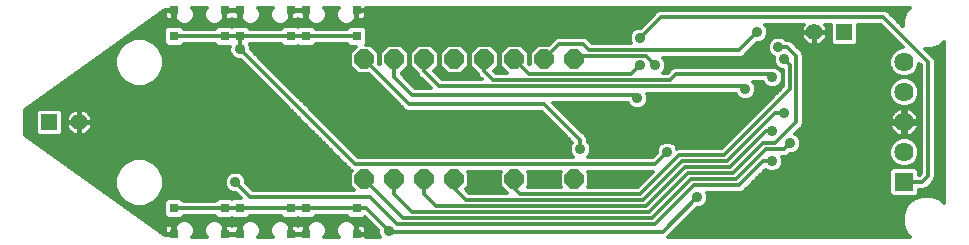
<source format=gbl>
G75*
G70*
%OFA0B0*%
%FSLAX24Y24*%
%IPPOS*%
%LPD*%
%AMOC8*
5,1,8,0,0,1.08239X$1,22.5*
%
%ADD10R,0.0555X0.0555*%
%ADD11C,0.0555*%
%ADD12R,0.0640X0.0640*%
%ADD13C,0.0640*%
%ADD14OC8,0.0634*%
%ADD15R,0.0315X0.0315*%
%ADD16C,0.0120*%
%ADD17C,0.0350*%
D10*
X001161Y004282D03*
X027661Y007282D03*
D11*
X026661Y007282D03*
X002161Y004282D03*
D12*
X029661Y002282D03*
D13*
X029661Y003282D03*
X029661Y004282D03*
X029661Y005282D03*
X029661Y006282D03*
D14*
X018661Y006382D03*
X017661Y006382D03*
X016661Y006382D03*
X015661Y006382D03*
X014661Y006382D03*
X013661Y006382D03*
X012661Y006382D03*
X011661Y006382D03*
X011661Y002382D03*
X012661Y002382D03*
X013661Y002382D03*
X014661Y002382D03*
X016661Y002382D03*
X018661Y002382D03*
D15*
X011409Y001415D03*
X009713Y001415D03*
X009209Y001415D03*
X007513Y001415D03*
X007009Y001415D03*
X005313Y001415D03*
X005313Y000549D03*
X007009Y000549D03*
X007513Y000549D03*
X009209Y000549D03*
X009713Y000549D03*
X011409Y000549D03*
X011409Y007149D03*
X009713Y007149D03*
X009209Y007149D03*
X007513Y007149D03*
X007009Y007149D03*
X005313Y007149D03*
X005313Y008015D03*
X007009Y008015D03*
X007513Y008015D03*
X009209Y008015D03*
X009713Y008015D03*
X011409Y008015D03*
D16*
X004976Y001468D02*
X003711Y001468D01*
X003725Y001586D02*
X003545Y001586D01*
X003593Y001705D02*
X003379Y001705D01*
X003475Y001823D02*
X003213Y001823D01*
X003047Y001942D02*
X003426Y001942D01*
X003475Y001823D02*
X003702Y001596D01*
X004000Y001472D01*
X004322Y001472D01*
X004620Y001596D01*
X004848Y001823D01*
X007481Y001823D01*
X007551Y001753D02*
X007377Y001927D01*
X007291Y001927D01*
X007160Y001981D01*
X007060Y002081D01*
X007006Y002212D01*
X007006Y002353D01*
X007060Y002483D01*
X007160Y002583D01*
X007291Y002637D01*
X007432Y002637D01*
X007562Y002583D01*
X007662Y002483D01*
X007716Y002353D01*
X007716Y002267D01*
X007961Y002022D01*
X011319Y002022D01*
X011164Y002176D01*
X011164Y002588D01*
X011246Y002670D01*
X011225Y002679D01*
X009158Y004746D01*
X009158Y004746D01*
X009008Y004896D01*
X007529Y006375D01*
X007443Y006375D01*
X007312Y006429D01*
X007212Y006529D01*
X007158Y006660D01*
X007158Y006801D01*
X007163Y006812D01*
X006777Y006812D01*
X006680Y006909D01*
X005643Y006909D01*
X005545Y006812D01*
X005081Y006812D01*
X004976Y006917D01*
X004976Y007381D01*
X005081Y007487D01*
X005545Y007487D01*
X005643Y007389D01*
X006680Y007389D01*
X006777Y007487D01*
X007241Y007487D01*
X007261Y007467D01*
X007281Y007487D01*
X007745Y007487D01*
X007843Y007389D01*
X008880Y007389D01*
X008977Y007487D01*
X009441Y007487D01*
X009461Y007467D01*
X009481Y007487D01*
X009945Y007487D01*
X010043Y007389D01*
X011080Y007389D01*
X011177Y007487D01*
X011641Y007487D01*
X011747Y007381D01*
X011747Y006917D01*
X011709Y006879D01*
X011867Y006879D01*
X012158Y006588D01*
X012158Y006225D01*
X012164Y006218D01*
X012164Y006588D01*
X012455Y006879D01*
X012867Y006879D01*
X013158Y006588D01*
X013158Y006176D01*
X012901Y005920D01*
X012901Y005882D01*
X013361Y005422D01*
X013882Y005422D01*
X013525Y005779D01*
X013458Y005846D01*
X013432Y005909D01*
X013164Y006176D01*
X013164Y006588D01*
X013455Y006879D01*
X013867Y006879D01*
X014158Y006588D01*
X014158Y006176D01*
X013982Y006001D01*
X014261Y005722D01*
X015582Y005722D01*
X015525Y005779D01*
X015458Y005846D01*
X015432Y005909D01*
X015164Y006176D01*
X015164Y006588D01*
X015455Y006879D01*
X015867Y006879D01*
X016158Y006588D01*
X016158Y006176D01*
X015982Y006001D01*
X016061Y005922D01*
X016419Y005922D01*
X016164Y006176D01*
X016164Y006588D01*
X016455Y006879D01*
X016867Y006879D01*
X017158Y006588D01*
X017158Y006225D01*
X017164Y006218D01*
X017164Y006588D01*
X017455Y006879D01*
X017819Y006879D01*
X018025Y007086D01*
X018114Y007122D01*
X018209Y007122D01*
X019009Y007122D01*
X019097Y007086D01*
X019165Y007018D01*
X019165Y007018D01*
X019261Y006922D01*
X020543Y006922D01*
X020506Y007012D01*
X020506Y007153D01*
X020560Y007283D01*
X020660Y007383D01*
X020791Y007437D01*
X020877Y007437D01*
X021358Y007918D01*
X021358Y007918D01*
X021425Y007986D01*
X021514Y008022D01*
X028914Y008022D01*
X029009Y008022D01*
X029097Y007986D01*
X029601Y007481D01*
X029601Y007693D01*
X029725Y007991D01*
X029836Y008102D01*
X011727Y008102D01*
X011727Y008034D01*
X011428Y008034D01*
X011428Y007996D01*
X011428Y007698D01*
X011588Y007698D01*
X011629Y007709D01*
X011665Y007730D01*
X011695Y007760D01*
X011716Y007796D01*
X011727Y007837D01*
X011727Y007996D01*
X011428Y007996D01*
X011390Y007996D01*
X011390Y007945D01*
X011391Y007945D01*
X011391Y007810D01*
X011390Y007809D01*
X011390Y007698D01*
X011344Y007698D01*
X011339Y007686D01*
X011245Y007591D01*
X011121Y007540D01*
X010986Y007540D01*
X010862Y007591D01*
X010767Y007686D01*
X010716Y007810D01*
X010716Y007945D01*
X010767Y008069D01*
X010801Y008102D01*
X010322Y008102D01*
X010355Y008069D01*
X010407Y007945D01*
X010407Y007810D01*
X010355Y007686D01*
X010260Y007591D01*
X010136Y007540D01*
X010002Y007540D01*
X009878Y007591D01*
X009783Y007686D01*
X009778Y007698D01*
X009732Y007698D01*
X009732Y007810D01*
X009732Y007810D01*
X009732Y007945D01*
X009732Y007945D01*
X009732Y007996D01*
X009694Y007996D01*
X009694Y007698D01*
X009535Y007698D01*
X009494Y007709D01*
X009461Y007728D01*
X009429Y007709D01*
X009388Y007698D01*
X009228Y007698D01*
X009228Y007996D01*
X009190Y007996D01*
X009190Y007945D01*
X009191Y007945D01*
X009191Y007810D01*
X009190Y007809D01*
X009190Y007698D01*
X009144Y007698D01*
X009139Y007686D01*
X009045Y007591D01*
X008921Y007540D01*
X008786Y007540D01*
X008662Y007591D01*
X008567Y007686D01*
X008516Y007810D01*
X008516Y007945D01*
X008567Y008069D01*
X008601Y008102D01*
X008122Y008102D01*
X008155Y008069D01*
X008207Y007945D01*
X008207Y007810D01*
X008155Y007686D01*
X008060Y007591D01*
X007936Y007540D01*
X007802Y007540D01*
X007678Y007591D01*
X007583Y007686D01*
X007578Y007698D01*
X007532Y007698D01*
X007532Y007810D01*
X007532Y007810D01*
X007532Y007945D01*
X007532Y007945D01*
X007532Y007996D01*
X007494Y007996D01*
X007494Y007698D01*
X007335Y007698D01*
X007294Y007709D01*
X007261Y007728D01*
X007229Y007709D01*
X007188Y007698D01*
X007028Y007698D01*
X007028Y007996D01*
X006990Y007996D01*
X006990Y007945D01*
X006991Y007945D01*
X006991Y007810D01*
X006990Y007809D01*
X006990Y007698D01*
X006944Y007698D01*
X006939Y007686D01*
X006845Y007591D01*
X006721Y007540D01*
X006586Y007540D01*
X006462Y007591D01*
X006367Y007686D01*
X006316Y007810D01*
X006316Y007945D01*
X006367Y008069D01*
X006401Y008102D01*
X005922Y008102D01*
X005955Y008069D01*
X006007Y007945D01*
X006007Y007810D01*
X005955Y007686D01*
X005860Y007591D01*
X005736Y007540D01*
X005602Y007540D01*
X005478Y007591D01*
X005383Y007686D01*
X005378Y007698D01*
X005332Y007698D01*
X005332Y007810D01*
X005332Y007810D01*
X005332Y007945D01*
X005332Y007945D01*
X005332Y007996D01*
X005294Y007996D01*
X005294Y007698D01*
X005135Y007698D01*
X005094Y007709D01*
X005057Y007730D01*
X005028Y007760D01*
X005007Y007796D01*
X004996Y007837D01*
X004996Y007996D01*
X005294Y007996D01*
X005294Y008034D01*
X005023Y008034D01*
X000341Y004690D01*
X000341Y003875D01*
X005024Y000530D01*
X005294Y000530D01*
X005294Y000568D01*
X004996Y000568D01*
X004996Y000728D01*
X005007Y000768D01*
X005028Y000805D01*
X005057Y000835D01*
X005094Y000856D01*
X005135Y000867D01*
X005294Y000867D01*
X005294Y000568D01*
X005332Y000568D01*
X005332Y000619D01*
X005332Y000620D01*
X005332Y000754D01*
X005332Y000755D01*
X005332Y000867D01*
X005378Y000867D01*
X005383Y000878D01*
X005478Y000973D01*
X005602Y001024D01*
X005736Y001024D01*
X005860Y000973D01*
X005955Y000878D01*
X006007Y000754D01*
X006007Y000620D01*
X005955Y000496D01*
X005922Y000462D01*
X006401Y000462D01*
X006367Y000496D01*
X006316Y000620D01*
X006316Y000754D01*
X006367Y000878D01*
X006462Y000973D01*
X006586Y001024D01*
X006721Y001024D01*
X006845Y000973D01*
X006939Y000878D01*
X006944Y000867D01*
X006990Y000867D01*
X006990Y000755D01*
X006991Y000754D01*
X006991Y000620D01*
X006990Y000619D01*
X006990Y000568D01*
X007028Y000568D01*
X007028Y000867D01*
X007188Y000867D01*
X007229Y000856D01*
X007261Y000837D01*
X007294Y000856D01*
X007335Y000867D01*
X007494Y000867D01*
X007494Y000568D01*
X007494Y000530D01*
X007327Y000530D01*
X007028Y000530D01*
X007028Y000568D01*
X007327Y000568D01*
X007494Y000568D01*
X007532Y000568D01*
X007532Y000619D01*
X007532Y000620D01*
X007532Y000754D01*
X007532Y000755D01*
X007532Y000867D01*
X007578Y000867D01*
X007583Y000878D01*
X007678Y000973D01*
X007802Y001024D01*
X007936Y001024D01*
X008060Y000973D01*
X008155Y000878D01*
X008207Y000754D01*
X008207Y000620D01*
X008155Y000496D01*
X008122Y000462D01*
X008601Y000462D01*
X008567Y000496D01*
X008516Y000620D01*
X008516Y000754D01*
X008567Y000878D01*
X008662Y000973D01*
X008786Y001024D01*
X008921Y001024D01*
X009045Y000973D01*
X009139Y000878D01*
X009144Y000867D01*
X009190Y000867D01*
X009190Y000755D01*
X009191Y000754D01*
X009191Y000620D01*
X009190Y000619D01*
X009190Y000568D01*
X009228Y000568D01*
X009228Y000867D01*
X009388Y000867D01*
X009429Y000856D01*
X009461Y000837D01*
X009494Y000856D01*
X009535Y000867D01*
X009694Y000867D01*
X009694Y000568D01*
X009694Y000530D01*
X009527Y000530D01*
X009228Y000530D01*
X009228Y000568D01*
X009527Y000568D01*
X009694Y000568D01*
X009732Y000568D01*
X009732Y000619D01*
X009732Y000620D01*
X009732Y000754D01*
X009732Y000755D01*
X009732Y000867D01*
X009778Y000867D01*
X009783Y000878D01*
X009878Y000973D01*
X010002Y001024D01*
X010136Y001024D01*
X010260Y000973D01*
X010355Y000878D01*
X010407Y000754D01*
X010407Y000620D01*
X010355Y000496D01*
X010322Y000462D01*
X010801Y000462D01*
X010767Y000496D01*
X010716Y000620D01*
X010716Y000754D01*
X010767Y000878D01*
X010862Y000973D01*
X010986Y001024D01*
X011121Y001024D01*
X011245Y000973D01*
X011339Y000878D01*
X011344Y000867D01*
X011390Y000867D01*
X011390Y000755D01*
X011391Y000754D01*
X011391Y000620D01*
X011390Y000619D01*
X011390Y000568D01*
X011428Y000568D01*
X011428Y000867D01*
X011588Y000867D01*
X011629Y000856D01*
X011665Y000835D01*
X011695Y000805D01*
X011716Y000768D01*
X011727Y000728D01*
X011727Y000568D01*
X011428Y000568D01*
X011428Y000530D01*
X011727Y000530D01*
X011727Y000462D01*
X012179Y000462D01*
X012177Y000464D01*
X012123Y000595D01*
X012123Y000681D01*
X011684Y001120D01*
X011641Y001078D01*
X011177Y001078D01*
X011080Y001175D01*
X010043Y001175D01*
X009945Y001078D01*
X009481Y001078D01*
X009461Y001098D01*
X009441Y001078D01*
X008977Y001078D01*
X008880Y001175D01*
X007843Y001175D01*
X007745Y001078D01*
X007281Y001078D01*
X007261Y001098D01*
X007241Y001078D01*
X006777Y001078D01*
X006680Y001175D01*
X005643Y001175D01*
X005545Y001078D01*
X005081Y001078D01*
X004976Y001183D01*
X004976Y001647D01*
X005081Y001753D01*
X005545Y001753D01*
X005643Y001655D01*
X006680Y001655D01*
X006777Y001753D01*
X007241Y001753D01*
X007261Y001733D01*
X007281Y001753D01*
X007551Y001753D01*
X007861Y001782D02*
X007361Y002282D01*
X007032Y002416D02*
X004971Y002416D01*
X004971Y002443D02*
X004848Y002741D01*
X004620Y002969D01*
X004322Y003092D01*
X004000Y003092D01*
X003702Y002969D01*
X003475Y002741D01*
X003351Y002443D01*
X003351Y002121D01*
X003475Y001823D01*
X003376Y002060D02*
X002881Y002060D01*
X002716Y002179D02*
X003351Y002179D01*
X003351Y002297D02*
X002550Y002297D01*
X002384Y002416D02*
X003351Y002416D01*
X003389Y002535D02*
X002218Y002535D01*
X002052Y002653D02*
X003438Y002653D01*
X003505Y002772D02*
X001886Y002772D01*
X001720Y002890D02*
X003624Y002890D01*
X003799Y003009D02*
X001554Y003009D01*
X001388Y003127D02*
X010777Y003127D01*
X010895Y003009D02*
X004524Y003009D01*
X004699Y002890D02*
X011014Y002890D01*
X011132Y002772D02*
X004817Y002772D01*
X004884Y002653D02*
X011230Y002653D01*
X011164Y002535D02*
X007611Y002535D01*
X007690Y002416D02*
X011164Y002416D01*
X011164Y002297D02*
X007716Y002297D01*
X007804Y002179D02*
X011164Y002179D01*
X011280Y002060D02*
X007922Y002060D01*
X007861Y001782D02*
X011861Y001782D01*
X012761Y000882D01*
X021361Y000882D01*
X022661Y002182D01*
X024161Y002182D01*
X024961Y002982D01*
X025261Y002982D01*
X025585Y003127D02*
X029184Y003127D01*
X029161Y003183D02*
X029237Y002999D01*
X029378Y002858D01*
X029562Y002782D01*
X029761Y002782D01*
X029944Y002858D01*
X030085Y002999D01*
X030161Y003183D01*
X030161Y003382D01*
X030085Y003565D01*
X029944Y003706D01*
X029761Y003782D01*
X029562Y003782D01*
X029378Y003706D01*
X029237Y003565D01*
X029161Y003382D01*
X029161Y003183D01*
X029161Y003246D02*
X025977Y003246D01*
X025932Y003227D02*
X026062Y003281D01*
X026162Y003381D01*
X026216Y003512D01*
X026216Y003653D01*
X026162Y003783D01*
X026062Y003883D01*
X026019Y003901D01*
X026265Y004146D01*
X026301Y004234D01*
X026301Y004330D01*
X026301Y006530D01*
X026265Y006618D01*
X026197Y006686D01*
X025897Y006986D01*
X025809Y007022D01*
X025723Y007022D01*
X025662Y007083D01*
X025532Y007137D01*
X025391Y007137D01*
X025260Y007083D01*
X025160Y006983D01*
X025106Y006853D01*
X025106Y006712D01*
X025160Y006581D01*
X025260Y006481D01*
X025310Y006461D01*
X025306Y006453D01*
X025306Y006312D01*
X025360Y006181D01*
X025456Y006086D01*
X025332Y006137D01*
X025191Y006137D01*
X025154Y006122D01*
X025114Y006122D01*
X022014Y006122D01*
X021925Y006086D01*
X021858Y006018D01*
X021762Y005922D01*
X021603Y005922D01*
X021662Y005981D01*
X021716Y006112D01*
X021716Y006253D01*
X021662Y006383D01*
X021603Y006442D01*
X024209Y006442D01*
X024297Y006479D01*
X024365Y006546D01*
X024746Y006927D01*
X024832Y006927D01*
X024962Y006981D01*
X025062Y007081D01*
X025116Y007212D01*
X025116Y007353D01*
X025062Y007483D01*
X025003Y007542D01*
X026309Y007542D01*
X026287Y007511D01*
X026256Y007450D01*
X026235Y007385D01*
X026224Y007317D01*
X026224Y007301D01*
X026642Y007301D01*
X026642Y007263D01*
X026224Y007263D01*
X026224Y007248D01*
X026235Y007180D01*
X026256Y007114D01*
X026287Y007053D01*
X026328Y006997D01*
X026376Y006949D01*
X026432Y006908D01*
X026493Y006877D01*
X026559Y006856D01*
X026627Y006845D01*
X026642Y006845D01*
X026642Y007263D01*
X026680Y007263D01*
X026680Y006845D01*
X026696Y006845D01*
X026764Y006856D01*
X026829Y006877D01*
X026891Y006908D01*
X026946Y006949D01*
X026995Y006997D01*
X027035Y007053D01*
X027067Y007114D01*
X027088Y007180D01*
X027099Y007248D01*
X027099Y007263D01*
X026680Y007263D01*
X026680Y007301D01*
X027099Y007301D01*
X027099Y007317D01*
X027088Y007385D01*
X027067Y007450D01*
X027035Y007511D01*
X027013Y007542D01*
X027204Y007542D01*
X027204Y006930D01*
X027309Y006825D01*
X028013Y006825D01*
X028119Y006930D01*
X028119Y007542D01*
X028862Y007542D01*
X029622Y006782D01*
X029562Y006782D01*
X029378Y006706D01*
X029237Y006565D01*
X026287Y006565D01*
X026301Y006446D02*
X029188Y006446D01*
X029161Y006382D02*
X029161Y006183D01*
X029237Y005999D01*
X029378Y005858D01*
X029562Y005782D01*
X029378Y005706D01*
X029237Y005565D01*
X029161Y005382D01*
X029161Y005183D01*
X029237Y004999D01*
X029378Y004858D01*
X029562Y004782D01*
X029761Y004782D01*
X029944Y004858D01*
X030085Y004999D01*
X030161Y005183D01*
X030161Y005382D01*
X030085Y005565D01*
X029944Y005706D01*
X029761Y005782D01*
X029562Y005782D01*
X029761Y005782D01*
X029944Y005858D01*
X030085Y005999D01*
X030161Y006183D01*
X030161Y006243D01*
X030221Y006183D01*
X030221Y002582D01*
X030162Y002522D01*
X030161Y002522D01*
X030161Y002677D01*
X030056Y002782D01*
X029267Y002782D01*
X029161Y002677D01*
X029161Y001888D01*
X029267Y001782D01*
X030056Y001782D01*
X030161Y001888D01*
X030161Y002042D01*
X030309Y002042D01*
X030397Y002079D01*
X030465Y002146D01*
X030597Y002279D01*
X030665Y002346D01*
X030701Y002434D01*
X030701Y006234D01*
X030701Y006330D01*
X030665Y006418D01*
X030361Y006722D01*
X030572Y006722D01*
X030870Y006846D01*
X030981Y006957D01*
X030981Y001608D01*
X030870Y001719D01*
X030572Y001842D01*
X030250Y001842D01*
X029952Y001719D01*
X029725Y001491D01*
X029601Y001193D01*
X029601Y000871D01*
X029725Y000573D01*
X029836Y000462D01*
X021781Y000462D01*
X021815Y000496D01*
X022746Y001427D01*
X022832Y001427D01*
X022962Y001481D01*
X023062Y001581D01*
X023116Y001712D01*
X023116Y001853D01*
X023079Y001942D01*
X024209Y001942D01*
X024297Y001979D01*
X024365Y002046D01*
X025030Y002711D01*
X025060Y002681D01*
X025191Y002627D01*
X025332Y002627D01*
X025462Y002681D01*
X025562Y002781D01*
X025616Y002912D01*
X025616Y003053D01*
X025579Y003142D01*
X025614Y003142D01*
X025709Y003142D01*
X025797Y003179D01*
X025846Y003227D01*
X025932Y003227D01*
X026145Y003364D02*
X029161Y003364D01*
X029203Y003483D02*
X026204Y003483D01*
X026216Y003601D02*
X029273Y003601D01*
X029412Y003720D02*
X026188Y003720D01*
X026107Y003839D02*
X029475Y003839D01*
X029477Y003837D02*
X029549Y003814D01*
X029621Y003803D01*
X029621Y004242D01*
X029182Y004242D01*
X029193Y004170D01*
X029216Y004098D01*
X029251Y004031D01*
X029295Y003969D01*
X029349Y003916D01*
X029410Y003872D01*
X029477Y003837D01*
X029621Y003839D02*
X029701Y003839D01*
X029701Y003803D02*
X029774Y003814D01*
X029846Y003837D01*
X029913Y003872D01*
X029974Y003916D01*
X030027Y003969D01*
X030072Y004031D01*
X030106Y004098D01*
X030129Y004170D01*
X030141Y004242D01*
X029701Y004242D01*
X029701Y003803D01*
X029848Y003839D02*
X030221Y003839D01*
X030221Y003957D02*
X030015Y003957D01*
X030095Y004076D02*
X030221Y004076D01*
X030221Y004194D02*
X030133Y004194D01*
X030141Y004322D02*
X029701Y004322D01*
X029621Y004322D01*
X029621Y004242D01*
X029701Y004242D01*
X029701Y004322D01*
X029701Y004762D01*
X029774Y004750D01*
X029846Y004727D01*
X029913Y004693D01*
X029974Y004648D01*
X030027Y004595D01*
X030072Y004534D01*
X030106Y004466D01*
X030129Y004395D01*
X030141Y004322D01*
X030221Y004313D02*
X029701Y004313D01*
X029621Y004313D02*
X026301Y004313D01*
X026301Y004431D02*
X029205Y004431D01*
X029216Y004466D02*
X029193Y004395D01*
X029182Y004322D01*
X029621Y004322D01*
X029621Y004762D01*
X029549Y004750D01*
X029477Y004727D01*
X029410Y004693D01*
X029349Y004648D01*
X029295Y004595D01*
X029251Y004534D01*
X029216Y004466D01*
X029262Y004550D02*
X026301Y004550D01*
X026301Y004668D02*
X029376Y004668D01*
X029551Y004787D02*
X026301Y004787D01*
X026301Y004905D02*
X029331Y004905D01*
X029227Y005024D02*
X026301Y005024D01*
X026301Y005142D02*
X029178Y005142D01*
X029161Y005261D02*
X026301Y005261D01*
X026301Y005380D02*
X029161Y005380D01*
X029210Y005498D02*
X026301Y005498D01*
X026301Y005617D02*
X029289Y005617D01*
X029448Y005735D02*
X026301Y005735D01*
X026301Y005854D02*
X029389Y005854D01*
X029264Y005972D02*
X026301Y005972D01*
X026301Y006091D02*
X029199Y006091D01*
X029161Y006209D02*
X026301Y006209D01*
X026301Y006328D02*
X029161Y006328D01*
X029161Y006382D02*
X029237Y006565D01*
X029356Y006684D02*
X026199Y006684D01*
X026081Y006802D02*
X029602Y006802D01*
X029483Y006921D02*
X028109Y006921D01*
X028119Y007039D02*
X029365Y007039D01*
X029246Y007158D02*
X028119Y007158D01*
X028119Y007276D02*
X029128Y007276D01*
X029009Y007395D02*
X028119Y007395D01*
X028119Y007513D02*
X028891Y007513D01*
X029332Y007750D02*
X029625Y007750D01*
X029601Y007632D02*
X029451Y007632D01*
X029569Y007513D02*
X029601Y007513D01*
X029674Y007869D02*
X029214Y007869D01*
X029093Y007988D02*
X029723Y007988D01*
X028961Y007782D02*
X030461Y006282D01*
X030461Y002482D01*
X030261Y002282D01*
X029661Y002282D01*
X029161Y002297D02*
X024616Y002297D01*
X024497Y002179D02*
X029161Y002179D01*
X029161Y002060D02*
X024379Y002060D01*
X024365Y002046D02*
X024365Y002046D01*
X024061Y002382D02*
X025061Y003382D01*
X025661Y003382D01*
X025861Y003582D01*
X025361Y003582D02*
X024961Y003582D01*
X023961Y002582D01*
X022461Y002582D01*
X021161Y001282D01*
X013261Y001282D01*
X012661Y001882D01*
X012661Y002382D01*
X011661Y002382D02*
X012961Y001082D01*
X021261Y001082D01*
X022561Y002382D01*
X024061Y002382D01*
X024734Y002416D02*
X029161Y002416D01*
X029161Y002535D02*
X024853Y002535D01*
X024971Y002653D02*
X025128Y002653D01*
X025394Y002653D02*
X029161Y002653D01*
X029256Y002772D02*
X025553Y002772D01*
X025607Y002890D02*
X029346Y002890D01*
X029233Y003009D02*
X025616Y003009D01*
X025361Y003582D02*
X026061Y004282D01*
X026061Y006482D01*
X025761Y006782D01*
X025461Y006782D01*
X025134Y006921D02*
X024739Y006921D01*
X024621Y006802D02*
X025106Y006802D01*
X025118Y006684D02*
X024502Y006684D01*
X024383Y006565D02*
X025176Y006565D01*
X025306Y006446D02*
X024219Y006446D01*
X024365Y006546D02*
X024365Y006546D01*
X024161Y006682D02*
X024761Y007282D01*
X025116Y007276D02*
X026642Y007276D01*
X026680Y007276D02*
X027204Y007276D01*
X027204Y007158D02*
X027081Y007158D01*
X027025Y007039D02*
X027204Y007039D01*
X027213Y006921D02*
X026908Y006921D01*
X026680Y006921D02*
X026642Y006921D01*
X026642Y007039D02*
X026680Y007039D01*
X026680Y007158D02*
X026642Y007158D01*
X026297Y007039D02*
X025706Y007039D01*
X025962Y006921D02*
X026415Y006921D01*
X026242Y007158D02*
X025094Y007158D01*
X025020Y007039D02*
X025216Y007039D01*
X025099Y007395D02*
X026238Y007395D01*
X026288Y007513D02*
X025032Y007513D01*
X024161Y006682D02*
X019161Y006682D01*
X018961Y006882D01*
X018161Y006882D01*
X017661Y006382D01*
X017164Y006328D02*
X017158Y006328D01*
X017158Y006446D02*
X017164Y006446D01*
X017158Y006565D02*
X017164Y006565D01*
X017260Y006684D02*
X017062Y006684D01*
X016944Y006802D02*
X017379Y006802D01*
X017860Y006921D02*
X011747Y006921D01*
X011747Y007039D02*
X017979Y007039D01*
X019144Y007039D02*
X020506Y007039D01*
X020508Y007158D02*
X011747Y007158D01*
X011747Y007276D02*
X020557Y007276D01*
X020688Y007395D02*
X011733Y007395D01*
X011409Y007149D02*
X009713Y007149D01*
X009209Y007149D01*
X007513Y007149D01*
X007513Y006730D01*
X009211Y005032D01*
X009361Y004882D01*
X011361Y002882D01*
X021361Y002882D01*
X021761Y003282D01*
X021406Y003267D02*
X021262Y003122D01*
X019103Y003122D01*
X019162Y003181D01*
X019216Y003312D01*
X019216Y003453D01*
X019162Y003583D01*
X019101Y003644D01*
X019101Y003730D01*
X019065Y003818D01*
X017941Y004942D01*
X020435Y004942D01*
X020460Y004881D01*
X020560Y004781D01*
X020691Y004727D01*
X020832Y004727D01*
X020962Y004781D01*
X021062Y004881D01*
X021116Y005012D01*
X021116Y005153D01*
X021079Y005242D01*
X024035Y005242D01*
X024060Y005181D01*
X024160Y005081D01*
X024291Y005027D01*
X024432Y005027D01*
X024562Y005081D01*
X024662Y005181D01*
X024716Y005312D01*
X024716Y005453D01*
X024662Y005583D01*
X024603Y005642D01*
X024935Y005642D01*
X024960Y005581D01*
X025060Y005481D01*
X025191Y005427D01*
X025332Y005427D01*
X025462Y005481D01*
X025562Y005581D01*
X025616Y005712D01*
X025616Y005853D01*
X025562Y005983D01*
X025467Y006078D01*
X025591Y006027D01*
X025621Y006027D01*
X025621Y005482D01*
X023562Y003422D01*
X022209Y003422D01*
X022114Y003422D01*
X022091Y003413D01*
X022062Y003483D01*
X021962Y003583D01*
X021832Y003637D01*
X021691Y003637D01*
X021560Y003583D01*
X021460Y003483D01*
X019204Y003483D01*
X019216Y003364D02*
X021411Y003364D01*
X021406Y003353D02*
X021406Y003267D01*
X021385Y003246D02*
X019189Y003246D01*
X019108Y003127D02*
X021267Y003127D01*
X021406Y003353D02*
X021460Y003483D01*
X021604Y003601D02*
X019144Y003601D01*
X019101Y003720D02*
X023860Y003720D01*
X023978Y003839D02*
X019044Y003839D01*
X018926Y003957D02*
X024097Y003957D01*
X024215Y004076D02*
X018807Y004076D01*
X018689Y004194D02*
X024334Y004194D01*
X024452Y004313D02*
X018570Y004313D01*
X018452Y004431D02*
X024571Y004431D01*
X024689Y004550D02*
X018333Y004550D01*
X018215Y004668D02*
X024808Y004668D01*
X024926Y004787D02*
X020968Y004787D01*
X021072Y004905D02*
X025045Y004905D01*
X025164Y005024D02*
X021116Y005024D01*
X021116Y005142D02*
X024099Y005142D01*
X024361Y005382D02*
X024261Y005482D01*
X014161Y005482D01*
X013661Y005982D01*
X013661Y006382D01*
X014158Y006328D02*
X014164Y006328D01*
X014158Y006446D02*
X014164Y006446D01*
X014158Y006565D02*
X014164Y006565D01*
X014164Y006588D02*
X014164Y006176D01*
X014455Y005885D01*
X014867Y005885D01*
X015158Y006176D01*
X015158Y006588D01*
X014867Y006879D01*
X014455Y006879D01*
X014164Y006588D01*
X014260Y006684D02*
X014062Y006684D01*
X013944Y006802D02*
X014379Y006802D01*
X014944Y006802D02*
X015379Y006802D01*
X015260Y006684D02*
X015062Y006684D01*
X015158Y006565D02*
X015164Y006565D01*
X015158Y006446D02*
X015164Y006446D01*
X015158Y006328D02*
X015164Y006328D01*
X015158Y006209D02*
X015164Y006209D01*
X015250Y006091D02*
X015072Y006091D01*
X014954Y005972D02*
X015369Y005972D01*
X015455Y005854D02*
X014129Y005854D01*
X014011Y005972D02*
X014369Y005972D01*
X014250Y006091D02*
X014072Y006091D01*
X014158Y006209D02*
X014164Y006209D01*
X013455Y005854D02*
X012929Y005854D01*
X012954Y005972D02*
X013369Y005972D01*
X013250Y006091D02*
X013072Y006091D01*
X013158Y006209D02*
X013164Y006209D01*
X013158Y006328D02*
X013164Y006328D01*
X013158Y006446D02*
X013164Y006446D01*
X013158Y006565D02*
X013164Y006565D01*
X013260Y006684D02*
X013062Y006684D01*
X012944Y006802D02*
X013379Y006802D01*
X012379Y006802D02*
X011944Y006802D01*
X012062Y006684D02*
X012260Y006684D01*
X012164Y006565D02*
X012158Y006565D01*
X012158Y006446D02*
X012164Y006446D01*
X012158Y006328D02*
X012164Y006328D01*
X011661Y006382D02*
X013161Y004882D01*
X017661Y004882D01*
X018861Y003682D01*
X018861Y003382D01*
X018534Y003246D02*
X011337Y003246D01*
X011219Y003364D02*
X018506Y003364D01*
X018506Y003312D02*
X018560Y003181D01*
X018619Y003122D01*
X011461Y003122D01*
X009497Y005086D01*
X009347Y005236D01*
X007868Y006715D01*
X007868Y006801D01*
X007829Y006895D01*
X007843Y006909D01*
X008880Y006909D01*
X008977Y006812D01*
X009441Y006812D01*
X009461Y006832D01*
X009481Y006812D01*
X009945Y006812D01*
X010043Y006909D01*
X011080Y006909D01*
X011177Y006812D01*
X011388Y006812D01*
X011164Y006588D01*
X011164Y006176D01*
X011455Y005885D01*
X011819Y005885D01*
X013025Y004679D01*
X013114Y004642D01*
X013209Y004642D01*
X017562Y004642D01*
X018591Y003613D01*
X018560Y003583D01*
X018506Y003453D01*
X018506Y003312D01*
X018519Y003483D02*
X011100Y003483D01*
X010981Y003601D02*
X018579Y003601D01*
X018484Y003720D02*
X010863Y003720D01*
X010744Y003839D02*
X018366Y003839D01*
X018247Y003957D02*
X010626Y003957D01*
X010507Y004076D02*
X018128Y004076D01*
X018010Y004194D02*
X010389Y004194D01*
X010270Y004313D02*
X017891Y004313D01*
X017773Y004431D02*
X010152Y004431D01*
X010033Y004550D02*
X017654Y004550D01*
X018096Y004787D02*
X020555Y004787D01*
X020450Y004905D02*
X017977Y004905D01*
X015961Y005682D02*
X021861Y005682D01*
X022061Y005882D01*
X025161Y005882D01*
X025261Y005782D01*
X024946Y005617D02*
X024629Y005617D01*
X024697Y005498D02*
X025043Y005498D01*
X024716Y005380D02*
X025519Y005380D01*
X025479Y005498D02*
X025621Y005498D01*
X025621Y005617D02*
X025577Y005617D01*
X025616Y005735D02*
X025621Y005735D01*
X025616Y005854D02*
X025621Y005854D01*
X025621Y005972D02*
X025567Y005972D01*
X025451Y006091D02*
X025444Y006091D01*
X025349Y006209D02*
X021716Y006209D01*
X021708Y006091D02*
X021938Y006091D01*
X021812Y005972D02*
X021653Y005972D01*
X021361Y006182D02*
X021061Y006482D01*
X018761Y006482D01*
X018661Y006382D01*
X017161Y005882D02*
X016661Y006382D01*
X016164Y006328D02*
X016158Y006328D01*
X016158Y006446D02*
X016164Y006446D01*
X016158Y006565D02*
X016164Y006565D01*
X016260Y006684D02*
X016062Y006684D01*
X015944Y006802D02*
X016379Y006802D01*
X015661Y006382D02*
X015661Y005982D01*
X015961Y005682D01*
X015569Y005735D02*
X014248Y005735D01*
X013806Y005498D02*
X013285Y005498D01*
X013166Y005617D02*
X013687Y005617D01*
X013569Y005735D02*
X013048Y005735D01*
X012661Y005782D02*
X012661Y006382D01*
X011850Y005854D02*
X008729Y005854D01*
X008611Y005972D02*
X011369Y005972D01*
X011250Y006091D02*
X008492Y006091D01*
X008373Y006209D02*
X011164Y006209D01*
X011164Y006328D02*
X008255Y006328D01*
X008136Y006446D02*
X011164Y006446D01*
X011164Y006565D02*
X008018Y006565D01*
X007899Y006684D02*
X011260Y006684D01*
X011379Y006802D02*
X007868Y006802D01*
X007513Y007149D02*
X007009Y007149D01*
X005313Y007149D01*
X004976Y007158D02*
X003797Y007158D01*
X003872Y007039D02*
X003631Y007039D01*
X003702Y006969D02*
X003475Y006741D01*
X003351Y006443D01*
X003351Y006121D01*
X003475Y005823D01*
X003702Y005596D01*
X004000Y005472D01*
X004322Y005472D01*
X004620Y005596D01*
X004848Y005823D01*
X004971Y006121D01*
X004971Y006443D01*
X004848Y006741D01*
X004620Y006969D01*
X004322Y007092D01*
X004000Y007092D01*
X003702Y006969D01*
X003654Y006921D02*
X003465Y006921D01*
X003536Y006802D02*
X003299Y006802D01*
X003451Y006684D02*
X003133Y006684D01*
X002967Y006565D02*
X003402Y006565D01*
X003353Y006446D02*
X002801Y006446D01*
X002635Y006328D02*
X003351Y006328D01*
X003351Y006209D02*
X002469Y006209D01*
X002303Y006091D02*
X003364Y006091D01*
X003413Y005972D02*
X002137Y005972D01*
X001971Y005854D02*
X003462Y005854D01*
X003563Y005735D02*
X001805Y005735D01*
X001639Y005617D02*
X003681Y005617D01*
X003938Y005498D02*
X001473Y005498D01*
X001307Y005380D02*
X008524Y005380D01*
X008406Y005498D02*
X004385Y005498D01*
X004641Y005617D02*
X008287Y005617D01*
X008169Y005735D02*
X004760Y005735D01*
X004860Y005854D02*
X008050Y005854D01*
X007932Y005972D02*
X004909Y005972D01*
X004959Y006091D02*
X007813Y006091D01*
X007695Y006209D02*
X004971Y006209D01*
X004971Y006328D02*
X007576Y006328D01*
X007295Y006446D02*
X004970Y006446D01*
X004921Y006565D02*
X007197Y006565D01*
X007158Y006684D02*
X004872Y006684D01*
X004787Y006802D02*
X007159Y006802D01*
X006685Y007395D02*
X005637Y007395D01*
X005437Y007632D02*
X004460Y007632D01*
X004294Y007513D02*
X020953Y007513D01*
X021072Y007632D02*
X011285Y007632D01*
X011390Y007750D02*
X011428Y007750D01*
X011428Y007869D02*
X011391Y007869D01*
X011390Y007988D02*
X011428Y007988D01*
X011727Y007988D02*
X021430Y007988D01*
X021309Y007869D02*
X011727Y007869D01*
X011686Y007750D02*
X021190Y007750D01*
X021561Y007782D02*
X028961Y007782D01*
X027204Y007513D02*
X027034Y007513D01*
X027085Y007395D02*
X027204Y007395D01*
X025861Y006182D02*
X025661Y006382D01*
X025306Y006328D02*
X021685Y006328D01*
X020861Y006182D02*
X020561Y005882D01*
X017161Y005882D01*
X016369Y005972D02*
X016011Y005972D01*
X016072Y006091D02*
X016250Y006091D01*
X016164Y006209D02*
X016158Y006209D01*
X013261Y005182D02*
X012661Y005782D01*
X012206Y005498D02*
X009085Y005498D01*
X009203Y005380D02*
X012324Y005380D01*
X012443Y005261D02*
X009322Y005261D01*
X009440Y005142D02*
X012562Y005142D01*
X012680Y005024D02*
X009559Y005024D01*
X009497Y005086D02*
X009497Y005086D01*
X009677Y004905D02*
X012799Y004905D01*
X012917Y004787D02*
X009796Y004787D01*
X009915Y004668D02*
X013050Y004668D01*
X013261Y005182D02*
X020661Y005182D01*
X020761Y005082D01*
X021918Y003601D02*
X023741Y003601D01*
X023623Y003483D02*
X022062Y003483D01*
X022161Y003182D02*
X020861Y001882D01*
X016861Y001882D01*
X016661Y002082D01*
X016661Y002382D01*
X016164Y002416D02*
X015158Y002416D01*
X015158Y002297D02*
X016164Y002297D01*
X016164Y002179D02*
X015158Y002179D01*
X015158Y002176D02*
X015158Y002588D01*
X015104Y002642D01*
X016219Y002642D01*
X016164Y002588D01*
X016164Y002176D01*
X016419Y001922D01*
X015161Y001922D01*
X015032Y002051D01*
X015158Y002176D01*
X015042Y002060D02*
X016280Y002060D01*
X016399Y001942D02*
X015141Y001942D01*
X015061Y001682D02*
X014661Y002082D01*
X014661Y002382D01*
X015158Y002535D02*
X016164Y002535D01*
X017104Y002642D02*
X018219Y002642D01*
X018164Y002588D01*
X018164Y002176D01*
X018219Y002122D01*
X017104Y002122D01*
X017158Y002176D01*
X017158Y002588D01*
X017104Y002642D01*
X017158Y002535D02*
X018164Y002535D01*
X018164Y002416D02*
X017158Y002416D01*
X017158Y002297D02*
X018164Y002297D01*
X018164Y002179D02*
X017158Y002179D01*
X019104Y002122D02*
X019158Y002176D01*
X019158Y002588D01*
X019104Y002642D01*
X021282Y002642D01*
X020762Y002122D01*
X019104Y002122D01*
X019158Y002179D02*
X020819Y002179D01*
X020937Y002297D02*
X019158Y002297D01*
X019158Y002416D02*
X021056Y002416D01*
X021174Y002535D02*
X019158Y002535D01*
X018614Y003127D02*
X011456Y003127D01*
X010658Y003246D02*
X001222Y003246D01*
X001056Y003364D02*
X010540Y003364D01*
X010421Y003483D02*
X000890Y003483D01*
X000724Y003601D02*
X010303Y003601D01*
X010184Y003720D02*
X000558Y003720D01*
X000392Y003839D02*
X000795Y003839D01*
X000809Y003825D02*
X001513Y003825D01*
X001619Y003930D01*
X001619Y004634D01*
X001513Y004740D01*
X000809Y004740D01*
X000704Y004634D01*
X000704Y003930D01*
X000809Y003825D01*
X000704Y003957D02*
X000341Y003957D01*
X000341Y004076D02*
X000704Y004076D01*
X000704Y004194D02*
X000341Y004194D01*
X000341Y004313D02*
X000704Y004313D01*
X000704Y004431D02*
X000341Y004431D01*
X000341Y004550D02*
X000704Y004550D01*
X000738Y004668D02*
X000341Y004668D01*
X000477Y004787D02*
X009117Y004787D01*
X008999Y004905D02*
X000643Y004905D01*
X000809Y005024D02*
X008880Y005024D01*
X008762Y005142D02*
X000975Y005142D01*
X001141Y005261D02*
X008643Y005261D01*
X008966Y005617D02*
X012087Y005617D01*
X011969Y005735D02*
X008848Y005735D01*
X009236Y004668D02*
X002367Y004668D01*
X002391Y004656D02*
X002329Y004688D01*
X002264Y004709D01*
X002196Y004720D01*
X002180Y004720D01*
X002180Y004301D01*
X002142Y004301D01*
X002142Y004263D01*
X001724Y004263D01*
X001724Y004248D01*
X001735Y004180D01*
X001756Y004114D01*
X001787Y004053D01*
X001828Y003997D01*
X001876Y003949D01*
X001932Y003908D01*
X001993Y003877D01*
X002059Y003856D01*
X002127Y003845D01*
X002142Y003845D01*
X002142Y004263D01*
X002180Y004263D01*
X002180Y003845D01*
X002196Y003845D01*
X002264Y003856D01*
X002329Y003877D01*
X002391Y003908D01*
X002446Y003949D01*
X002495Y003997D01*
X002535Y004053D01*
X002567Y004114D01*
X002588Y004180D01*
X002599Y004248D01*
X002599Y004263D01*
X002180Y004263D01*
X002180Y004301D01*
X002599Y004301D01*
X002599Y004317D01*
X002588Y004385D01*
X002567Y004450D01*
X002535Y004511D01*
X002495Y004567D01*
X002446Y004616D01*
X002391Y004656D01*
X002508Y004550D02*
X009354Y004550D01*
X009473Y004431D02*
X002573Y004431D01*
X002599Y004313D02*
X009591Y004313D01*
X009710Y004194D02*
X002590Y004194D01*
X002547Y004076D02*
X009828Y004076D01*
X009947Y003957D02*
X002455Y003957D01*
X002180Y003957D02*
X002142Y003957D01*
X002142Y004076D02*
X002180Y004076D01*
X002180Y004194D02*
X002142Y004194D01*
X002142Y004301D02*
X001724Y004301D01*
X001724Y004317D01*
X001735Y004385D01*
X001756Y004450D01*
X001787Y004511D01*
X001828Y004567D01*
X001876Y004616D01*
X001932Y004656D01*
X001993Y004688D01*
X002059Y004709D01*
X002127Y004720D01*
X002142Y004720D01*
X002142Y004301D01*
X002142Y004313D02*
X002180Y004313D01*
X002180Y004431D02*
X002142Y004431D01*
X002142Y004550D02*
X002180Y004550D01*
X002180Y004668D02*
X002142Y004668D01*
X001955Y004668D02*
X001585Y004668D01*
X001619Y004550D02*
X001815Y004550D01*
X001750Y004431D02*
X001619Y004431D01*
X001619Y004313D02*
X001724Y004313D01*
X001732Y004194D02*
X001619Y004194D01*
X001619Y004076D02*
X001776Y004076D01*
X001868Y003957D02*
X001619Y003957D01*
X001527Y003839D02*
X010066Y003839D01*
X007112Y002535D02*
X004933Y002535D01*
X004971Y002443D02*
X004971Y002121D01*
X004848Y001823D01*
X004897Y001942D02*
X007255Y001942D01*
X007081Y002060D02*
X004946Y002060D01*
X004971Y002179D02*
X007020Y002179D01*
X007006Y002297D02*
X004971Y002297D01*
X005033Y001705D02*
X004729Y001705D01*
X004597Y001586D02*
X004976Y001586D01*
X004976Y001349D02*
X003877Y001349D01*
X004043Y001231D02*
X004976Y001231D01*
X005047Y001112D02*
X004209Y001112D01*
X004375Y000993D02*
X005527Y000993D01*
X005579Y001112D02*
X006743Y001112D01*
X006795Y000993D02*
X007727Y000993D01*
X007779Y001112D02*
X008943Y001112D01*
X008995Y000993D02*
X009927Y000993D01*
X009979Y001112D02*
X011143Y001112D01*
X011195Y000993D02*
X011811Y000993D01*
X011929Y000875D02*
X011341Y000875D01*
X011390Y000756D02*
X011428Y000756D01*
X011428Y000638D02*
X011391Y000638D01*
X011727Y000638D02*
X012123Y000638D01*
X012154Y000519D02*
X011727Y000519D01*
X011719Y000756D02*
X012048Y000756D01*
X012478Y000665D02*
X012511Y000632D01*
X021611Y000632D01*
X022761Y001782D01*
X023079Y001942D02*
X029161Y001942D01*
X029226Y001823D02*
X023116Y001823D01*
X023113Y001705D02*
X029938Y001705D01*
X029820Y001586D02*
X023064Y001586D01*
X022929Y001468D02*
X029715Y001468D01*
X029666Y001349D02*
X022668Y001349D01*
X022549Y001231D02*
X029617Y001231D01*
X029601Y001112D02*
X022430Y001112D01*
X022312Y000993D02*
X029601Y000993D01*
X029601Y000875D02*
X022193Y000875D01*
X022075Y000756D02*
X029649Y000756D01*
X029698Y000638D02*
X021956Y000638D01*
X021838Y000519D02*
X029779Y000519D01*
X030884Y001705D02*
X030981Y001705D01*
X030981Y001823D02*
X030618Y001823D01*
X030353Y002060D02*
X030981Y002060D01*
X030981Y001942D02*
X030161Y001942D01*
X030205Y001823D02*
X030097Y001823D01*
X030465Y002146D02*
X030465Y002146D01*
X030497Y002179D02*
X030981Y002179D01*
X030981Y002297D02*
X030616Y002297D01*
X030597Y002279D02*
X030597Y002279D01*
X030694Y002416D02*
X030981Y002416D01*
X030981Y002535D02*
X030701Y002535D01*
X030701Y002653D02*
X030981Y002653D01*
X030981Y002772D02*
X030701Y002772D01*
X030701Y002890D02*
X030981Y002890D01*
X030981Y003009D02*
X030701Y003009D01*
X030701Y003127D02*
X030981Y003127D01*
X030981Y003246D02*
X030701Y003246D01*
X030701Y003364D02*
X030981Y003364D01*
X030981Y003483D02*
X030701Y003483D01*
X030701Y003601D02*
X030981Y003601D01*
X030981Y003720D02*
X030701Y003720D01*
X030701Y003839D02*
X030981Y003839D01*
X030981Y003957D02*
X030701Y003957D01*
X030701Y004076D02*
X030981Y004076D01*
X030981Y004194D02*
X030701Y004194D01*
X030701Y004313D02*
X030981Y004313D01*
X030981Y004431D02*
X030701Y004431D01*
X030701Y004550D02*
X030981Y004550D01*
X030981Y004668D02*
X030701Y004668D01*
X030701Y004787D02*
X030981Y004787D01*
X030981Y004905D02*
X030701Y004905D01*
X030701Y005024D02*
X030981Y005024D01*
X030981Y005142D02*
X030701Y005142D01*
X030701Y005261D02*
X030981Y005261D01*
X030981Y005380D02*
X030701Y005380D01*
X030701Y005498D02*
X030981Y005498D01*
X030981Y005617D02*
X030701Y005617D01*
X030701Y005735D02*
X030981Y005735D01*
X030981Y005854D02*
X030701Y005854D01*
X030701Y005972D02*
X030981Y005972D01*
X030981Y006091D02*
X030701Y006091D01*
X030701Y006209D02*
X030981Y006209D01*
X030981Y006328D02*
X030701Y006328D01*
X030636Y006446D02*
X030981Y006446D01*
X030981Y006565D02*
X030518Y006565D01*
X030399Y006684D02*
X030981Y006684D01*
X030981Y006802D02*
X030765Y006802D01*
X030945Y006921D02*
X030981Y006921D01*
X030195Y006209D02*
X030161Y006209D01*
X030123Y006091D02*
X030221Y006091D01*
X030221Y005972D02*
X030058Y005972D01*
X029933Y005854D02*
X030221Y005854D01*
X030221Y005735D02*
X029874Y005735D01*
X030034Y005617D02*
X030221Y005617D01*
X030221Y005498D02*
X030113Y005498D01*
X030161Y005380D02*
X030221Y005380D01*
X030221Y005261D02*
X030161Y005261D01*
X030145Y005142D02*
X030221Y005142D01*
X030221Y005024D02*
X030095Y005024D01*
X029992Y004905D02*
X030221Y004905D01*
X030221Y004787D02*
X029772Y004787D01*
X029701Y004668D02*
X029621Y004668D01*
X029621Y004550D02*
X029701Y004550D01*
X029701Y004431D02*
X029621Y004431D01*
X030060Y004550D02*
X030221Y004550D01*
X030221Y004668D02*
X029946Y004668D01*
X030118Y004431D02*
X030221Y004431D01*
X029701Y004194D02*
X029621Y004194D01*
X029621Y004076D02*
X029701Y004076D01*
X029701Y003957D02*
X029621Y003957D01*
X029308Y003957D02*
X026075Y003957D01*
X026194Y004076D02*
X029228Y004076D01*
X029189Y004194D02*
X026284Y004194D01*
X025661Y004582D02*
X025361Y004582D01*
X023761Y002982D01*
X022261Y002982D01*
X020961Y001682D01*
X015061Y001682D01*
X014061Y001482D02*
X013661Y001882D01*
X013661Y002382D01*
X014061Y001482D02*
X021061Y001482D01*
X022361Y002782D01*
X023861Y002782D01*
X025061Y003982D01*
X025261Y003982D01*
X025861Y005382D02*
X023661Y003182D01*
X022161Y003182D01*
X024624Y005142D02*
X025282Y005142D01*
X025401Y005261D02*
X024695Y005261D01*
X025861Y005382D02*
X025861Y006182D01*
X021561Y007782D02*
X020861Y007082D01*
X029911Y003720D02*
X030221Y003720D01*
X030221Y003601D02*
X030049Y003601D01*
X030119Y003483D02*
X030221Y003483D01*
X030221Y003364D02*
X030161Y003364D01*
X030161Y003246D02*
X030221Y003246D01*
X030221Y003127D02*
X030138Y003127D01*
X030089Y003009D02*
X030221Y003009D01*
X030221Y002890D02*
X029976Y002890D01*
X030066Y002772D02*
X030221Y002772D01*
X030221Y002653D02*
X030161Y002653D01*
X030161Y002535D02*
X030174Y002535D01*
X021815Y000496D02*
X021815Y000496D01*
X012478Y000665D02*
X011728Y001415D01*
X011409Y001415D01*
X009713Y001415D01*
X009209Y001415D01*
X007513Y001415D01*
X007009Y001415D01*
X005313Y001415D01*
X005593Y001705D02*
X006729Y001705D01*
X006512Y000993D02*
X005811Y000993D01*
X005957Y000875D02*
X006366Y000875D01*
X006317Y000756D02*
X006006Y000756D01*
X006007Y000638D02*
X006316Y000638D01*
X006358Y000519D02*
X005965Y000519D01*
X005332Y000638D02*
X005294Y000638D01*
X005294Y000756D02*
X005332Y000756D01*
X005382Y000875D02*
X004541Y000875D01*
X004707Y000756D02*
X005003Y000756D01*
X004996Y000638D02*
X004873Y000638D01*
X006941Y000875D02*
X007582Y000875D01*
X007532Y000756D02*
X007494Y000756D01*
X007494Y000638D02*
X007532Y000638D01*
X007028Y000638D02*
X006991Y000638D01*
X006990Y000756D02*
X007028Y000756D01*
X008011Y000993D02*
X008712Y000993D01*
X008566Y000875D02*
X008157Y000875D01*
X008206Y000756D02*
X008517Y000756D01*
X008516Y000638D02*
X008207Y000638D01*
X008165Y000519D02*
X008558Y000519D01*
X009191Y000638D02*
X009228Y000638D01*
X009228Y000756D02*
X009190Y000756D01*
X009141Y000875D02*
X009782Y000875D01*
X009732Y000756D02*
X009694Y000756D01*
X009694Y000638D02*
X009732Y000638D01*
X010365Y000519D02*
X010758Y000519D01*
X010716Y000638D02*
X010407Y000638D01*
X010406Y000756D02*
X010717Y000756D01*
X010766Y000875D02*
X010357Y000875D01*
X010211Y000993D02*
X010912Y000993D01*
X011676Y001112D02*
X011692Y001112D01*
X004976Y006921D02*
X004668Y006921D01*
X004450Y007039D02*
X004976Y007039D01*
X004976Y007276D02*
X003963Y007276D01*
X004129Y007395D02*
X004989Y007395D01*
X005037Y007750D02*
X004626Y007750D01*
X004792Y007869D02*
X004996Y007869D01*
X004996Y007988D02*
X004958Y007988D01*
X005294Y007988D02*
X005332Y007988D01*
X005332Y007869D02*
X005294Y007869D01*
X005294Y007750D02*
X005332Y007750D01*
X005901Y007632D02*
X006422Y007632D01*
X006341Y007750D02*
X005982Y007750D01*
X006007Y007869D02*
X006316Y007869D01*
X006334Y007988D02*
X005989Y007988D01*
X006885Y007632D02*
X007637Y007632D01*
X007532Y007750D02*
X007494Y007750D01*
X007494Y007869D02*
X007532Y007869D01*
X007532Y007988D02*
X007494Y007988D01*
X007494Y007996D02*
X007327Y007996D01*
X007028Y007996D01*
X007028Y008034D01*
X007327Y008034D01*
X007494Y008034D01*
X007494Y007996D01*
X007028Y007988D02*
X006990Y007988D01*
X006991Y007869D02*
X007028Y007869D01*
X007028Y007750D02*
X006990Y007750D01*
X007837Y007395D02*
X008885Y007395D01*
X009085Y007632D02*
X009837Y007632D01*
X009732Y007750D02*
X009694Y007750D01*
X009694Y007869D02*
X009732Y007869D01*
X009732Y007988D02*
X009694Y007988D01*
X009694Y007996D02*
X009527Y007996D01*
X009228Y007996D01*
X009228Y008034D01*
X009527Y008034D01*
X009694Y008034D01*
X009694Y007996D01*
X009228Y007988D02*
X009190Y007988D01*
X009191Y007869D02*
X009228Y007869D01*
X009228Y007750D02*
X009190Y007750D01*
X008622Y007632D02*
X008101Y007632D01*
X008182Y007750D02*
X008541Y007750D01*
X008516Y007869D02*
X008207Y007869D01*
X008189Y007988D02*
X008534Y007988D01*
X010037Y007395D02*
X011085Y007395D01*
X010822Y007632D02*
X010301Y007632D01*
X010382Y007750D02*
X010741Y007750D01*
X010716Y007869D02*
X010407Y007869D01*
X010389Y007988D02*
X010734Y007988D01*
D17*
X012761Y007682D03*
X014561Y007682D03*
X016561Y007682D03*
X020861Y007082D03*
X020861Y006182D03*
X021361Y006182D03*
X020761Y005082D03*
X020461Y004682D03*
X020461Y004182D03*
X018961Y004382D03*
X018861Y003382D03*
X017561Y002382D03*
X015661Y002382D03*
X019661Y002282D03*
X021761Y003282D03*
X023561Y003582D03*
X025261Y003982D03*
X025861Y003582D03*
X025261Y002982D03*
X022761Y001782D03*
X023061Y000782D03*
X023861Y000782D03*
X024661Y000782D03*
X025661Y000782D03*
X025661Y001482D03*
X028961Y001482D03*
X028961Y000782D03*
X027561Y004382D03*
X025661Y004582D03*
X024361Y005382D03*
X025261Y005782D03*
X025661Y006382D03*
X025461Y006782D03*
X025961Y007282D03*
X025461Y007382D03*
X024761Y007282D03*
X027261Y006482D03*
X028561Y006982D03*
X012478Y000665D03*
X009661Y002382D03*
X009661Y003182D03*
X007361Y002282D03*
X005761Y002782D03*
X002661Y003232D03*
X006161Y005582D03*
X007513Y006730D03*
X009361Y006182D03*
X010861Y006182D03*
X002761Y005632D03*
M02*

</source>
